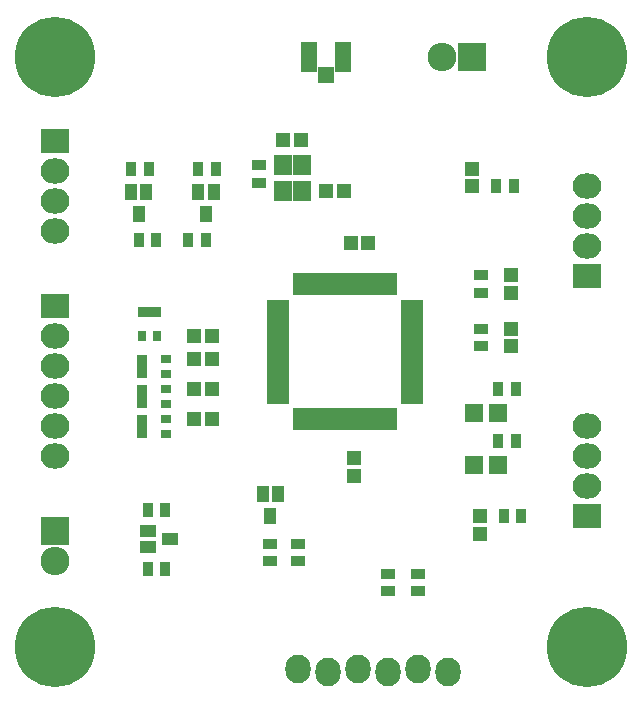
<source format=gts>
G04 #@! TF.FileFunction,Soldermask,Top*
%FSLAX46Y46*%
G04 Gerber Fmt 4.6, Leading zero omitted, Abs format (unit mm)*
G04 Created by KiCad (PCBNEW 4.0.6-e0-6349~53~ubuntu16.04.1) date Thu May 25 23:31:25 2017*
%MOMM*%
%LPD*%
G01*
G04 APERTURE LIST*
%ADD10C,0.050000*%
%ADD11R,0.999440X1.400760*%
%ADD12R,1.400760X0.999440*%
%ADD13R,1.600000X1.800000*%
%ADD14R,1.150000X1.200000*%
%ADD15R,1.200000X1.150000*%
%ADD16R,1.598880X1.598880*%
%ADD17C,6.800000*%
%ADD18R,1.400000X1.450000*%
%ADD19R,1.450000X2.600000*%
%ADD20R,0.950000X1.900000*%
%ADD21R,1.900000X0.950000*%
%ADD22R,0.908000X0.704800*%
%ADD23R,0.704800X0.908000*%
%ADD24O,2.127200X2.432000*%
%ADD25R,2.432000X2.127200*%
%ADD26O,2.432000X2.127200*%
%ADD27R,2.432000X2.432000*%
%ADD28O,2.432000X2.432000*%
%ADD29R,1.300000X0.900000*%
%ADD30R,0.900000X1.300000*%
G04 APERTURE END LIST*
D10*
D11*
X207534760Y-67025080D03*
X208835240Y-67025080D03*
X208185000Y-68925000D03*
D12*
X197800000Y-71500000D03*
X197800000Y-70199520D03*
X199699920Y-70849760D03*
D11*
X196400000Y-41450080D03*
X197700480Y-41450080D03*
X197050240Y-43350000D03*
X202100000Y-41450080D03*
X203400480Y-41450080D03*
X202750240Y-43350000D03*
D13*
X209300000Y-39200000D03*
X209300000Y-41400000D03*
X210900000Y-39200000D03*
X210900000Y-41400000D03*
D14*
X228576000Y-49990000D03*
X228576000Y-48490000D03*
X228576000Y-53050000D03*
X228576000Y-54550000D03*
X225300000Y-41000000D03*
X225300000Y-39500000D03*
X225950500Y-68938000D03*
X225950500Y-70438000D03*
X215300000Y-64000000D03*
X215300000Y-65500000D03*
D15*
X215000000Y-45800000D03*
X216500000Y-45800000D03*
X201755000Y-58130000D03*
X203255000Y-58130000D03*
X201755000Y-55590000D03*
X203255000Y-55590000D03*
X201755000Y-60670000D03*
X203255000Y-60670000D03*
X201755000Y-53685000D03*
X203255000Y-53685000D03*
X209300000Y-37100000D03*
X210800000Y-37100000D03*
X212900000Y-41400000D03*
X214400000Y-41400000D03*
D16*
X225401960Y-60198000D03*
X227500000Y-60198000D03*
X225401960Y-64588000D03*
X227500000Y-64588000D03*
D17*
X235000000Y-80000000D03*
X190000000Y-80000000D03*
X190000000Y-30000000D03*
X235000000Y-30000000D03*
D18*
X212900000Y-31525000D03*
D19*
X211425000Y-30000000D03*
X214375000Y-30000000D03*
D20*
X210500000Y-60700000D03*
X211300000Y-60700000D03*
X212100000Y-60700000D03*
X212900000Y-60700000D03*
X213700000Y-60700000D03*
X214500000Y-60700000D03*
X215300000Y-60700000D03*
X216100000Y-60700000D03*
X216900000Y-60700000D03*
X217700000Y-60700000D03*
X218500000Y-60700000D03*
D21*
X220200000Y-59000000D03*
X220200000Y-58200000D03*
X220200000Y-57400000D03*
X220200000Y-56600000D03*
X220200000Y-55800000D03*
X220200000Y-55000000D03*
X220200000Y-54200000D03*
X220200000Y-53400000D03*
X220200000Y-52600000D03*
X220200000Y-51800000D03*
X220200000Y-51000000D03*
D20*
X218500000Y-49300000D03*
X217700000Y-49300000D03*
X216900000Y-49300000D03*
X216100000Y-49300000D03*
X215300000Y-49300000D03*
X214500000Y-49300000D03*
X213700000Y-49300000D03*
X212900000Y-49300000D03*
X212100000Y-49300000D03*
X211300000Y-49300000D03*
X210500000Y-49300000D03*
D21*
X208800000Y-51000000D03*
X208800000Y-51800000D03*
X208800000Y-52600000D03*
X208800000Y-53400000D03*
X208800000Y-54200000D03*
X208800000Y-55000000D03*
X208800000Y-55800000D03*
X208800000Y-56600000D03*
X208800000Y-57400000D03*
X208800000Y-58200000D03*
X208800000Y-59000000D03*
D22*
X197310000Y-60670000D03*
X197310000Y-61940000D03*
X199342000Y-60670000D03*
X197310000Y-61305000D03*
X199342000Y-61940000D03*
D23*
X198580000Y-51653000D03*
X197310000Y-51653000D03*
X198580000Y-53685000D03*
X197945000Y-51653000D03*
X197310000Y-53685000D03*
D22*
X197310000Y-55590000D03*
X197310000Y-56860000D03*
X199342000Y-55590000D03*
X197310000Y-56225000D03*
X199342000Y-56860000D03*
X197310000Y-58130000D03*
X197310000Y-59400000D03*
X199342000Y-58130000D03*
X197310000Y-58765000D03*
X199342000Y-59400000D03*
D24*
X210542000Y-81873000D03*
X213082000Y-82127000D03*
X215622000Y-81873000D03*
X218162000Y-82127000D03*
X220702000Y-81873000D03*
X223242000Y-82127000D03*
D25*
X190000000Y-51145000D03*
D26*
X190000000Y-53685000D03*
X190000000Y-56225000D03*
X190000000Y-58765000D03*
X190000000Y-61305000D03*
X190000000Y-63845000D03*
D25*
X235000000Y-48620000D03*
D26*
X235000000Y-46080000D03*
X235000000Y-43540000D03*
X235000000Y-41000000D03*
D25*
X235000000Y-68925000D03*
D26*
X235000000Y-66385000D03*
X235000000Y-63845000D03*
X235000000Y-61305000D03*
D25*
X190000000Y-37175000D03*
D26*
X190000000Y-39715000D03*
X190000000Y-42255000D03*
X190000000Y-44795000D03*
D27*
X225250000Y-30000000D03*
D28*
X222710000Y-30000000D03*
D27*
X190000000Y-70195000D03*
D28*
X190000000Y-72735000D03*
D29*
X226036000Y-49990000D03*
X226036000Y-48490000D03*
X226036000Y-53050000D03*
X226036000Y-54550000D03*
D30*
X227300000Y-41000000D03*
X228800000Y-41000000D03*
X227950500Y-68938000D03*
X229450500Y-68938000D03*
X196400000Y-39500000D03*
X197900000Y-39500000D03*
X202100000Y-39500000D03*
X203600000Y-39500000D03*
X197050000Y-45500000D03*
X198550000Y-45500000D03*
X202750000Y-45500000D03*
X201250000Y-45500000D03*
D29*
X207200000Y-39200000D03*
X207200000Y-40700000D03*
X208185000Y-72735000D03*
X208185000Y-71235000D03*
X210542000Y-72735000D03*
X210542000Y-71235000D03*
D30*
X199300000Y-73400000D03*
X197800000Y-73400000D03*
X199300000Y-68400000D03*
X197800000Y-68400000D03*
X227500000Y-58175389D03*
X229000000Y-58175389D03*
D29*
X218162000Y-73775000D03*
X218162000Y-75275000D03*
X220702000Y-73775000D03*
X220702000Y-75275000D03*
D30*
X227500000Y-62588000D03*
X229000000Y-62588000D03*
M02*

</source>
